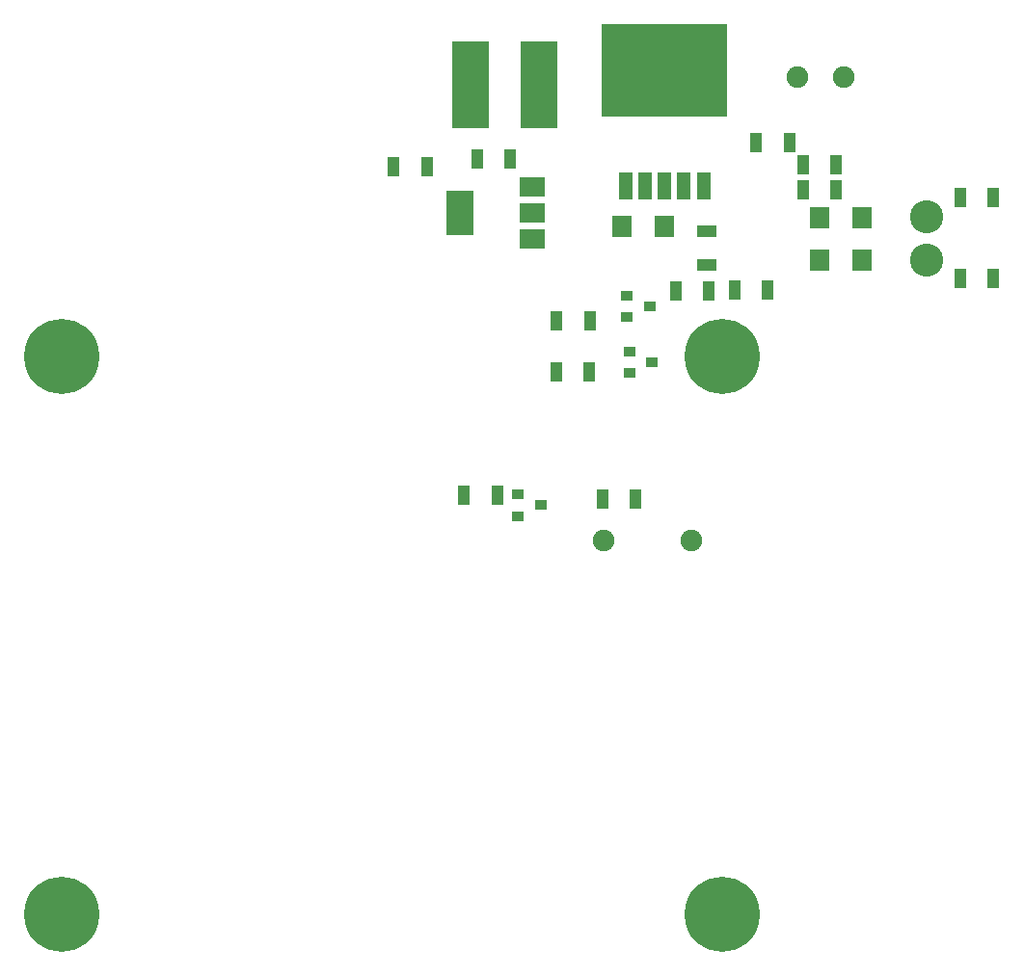
<source format=gts>
G04 project-name*
%FSLAX35Y35*%
%MOMM*%
G04 P.L1.1(1)*
%LPD*%
%ADD10R,3.2X7.7*%
D10*
X3963301Y18789891D02*
D03*

G04 P.L1.2(2)*
%LPD*%
D10*
X4563302Y18789891D02*
D03*

G04 P.R1.1(1)*
%LPD*%
%ADD11R,1.8X1.1*%
D11*
X6038641Y17497011D02*
D03*

G04 P.R1.2(2)*
%LPD*%
D11*
X6038641Y17207011D02*
D03*

G04 P.R2.1(1)*
%LPD*%
%ADD12R,1.1X1.8*%
D12*
X3580317Y18068024D02*
D03*

G04 P.R2.2(2)*
%LPD*%
D12*
X3290317Y18068024D02*
D03*

G04 led1.DR.Q1.c(3)*
%LPD*%
%ADD13R,1.1X0.8999999999999999*%
D13*
X5558399Y16350173D02*
D03*

G04 led1.DR.Q1.e(2)*
%LPD*%
D13*
X5358399Y16255174D02*
D03*

G04 led1.DR.Q1.b(1)*
%LPD*%
D13*
X5358399Y16445174D02*
D03*

G04 led1.DR.R1.1(1)*
%LPD*%
D12*
X5008100Y16262853D02*
D03*

G04 led1.DR.R1.2(2)*
%LPD*%
D12*
X4718100Y16262853D02*
D03*

G04 led1.R1.1(1)*
%LPD*%
D12*
X6572127Y16982967D02*
D03*

G04 led1.R1.2(2)*
%LPD*%
D12*
X6282127Y16982967D02*
D03*

G04 led2.DR.Q1.c(3)*
%LPD*%
D13*
X5537517Y16840697D02*
D03*

G04 led2.DR.Q1.e(2)*
%LPD*%
D13*
X5337517Y16745697D02*
D03*

G04 led2.DR.Q1.b(1)*
%LPD*%
D13*
X5337517Y16935697D02*
D03*

G04 led2.DR.R1.1(1)*
%LPD*%
D12*
X5012063Y16715504D02*
D03*

G04 led2.DR.R1.2(2)*
%LPD*%
D12*
X4722063Y16715504D02*
D03*

G04 led2.R1.1(1)*
%LPD*%
D12*
X6057216Y16976441D02*
D03*

G04 led2.R1.2(2)*
%LPD*%
D12*
X5767216Y16976441D02*
D03*

G04 beep.D.Q1.c(3)*
%LPD*%
D13*
X4584206Y15091405D02*
D03*

G04 beep.D.Q1.e(2)*
%LPD*%
D13*
X4384206Y14996405D02*
D03*

G04 beep.D.Q1.b(1)*
%LPD*%
D13*
X4384206Y15186405D02*
D03*

G04 beep.D.R1.1(1)*
%LPD*%
D12*
X4199875Y15181060D02*
D03*

G04 beep.D.R1.2(2)*
%LPD*%
D12*
X3909875Y15181060D02*
D03*

G04 beep.R1.1(1)*
%LPD*%
D12*
X5411381Y15141977D02*
D03*

G04 beep.R1.2(2)*
%LPD*%
D12*
X5121381Y15141977D02*
D03*

G04 P.C3.C1.c(1)*
%LPD*%
D12*
X7176162Y18085653D02*
D03*

G04 P.C3.C1.a(2)*
%LPD*%
D12*
X6886162Y18085653D02*
D03*

G04 P.C3.C2.c(1)*
%LPD*%
D12*
X7177374Y17859514D02*
D03*

G04 P.C3.C2.a(2)*
%LPD*%
D12*
X6887374Y17859514D02*
D03*

G04 P.C13.c(1)*
%LPD*%
D12*
X6764172Y18279091D02*
D03*

G04 P.C13.a(2)*
%LPD*%
D12*
X6474172Y18279091D02*
D03*

G04 P.C11.c(1)*
%LPD*%
D12*
X4314768Y18131399D02*
D03*

G04 P.C11.a(2)*
%LPD*%
D12*
X4024768Y18131399D02*
D03*

G04 P.D14.c(1)*
%LPD*%
%ADD14R,1.72X1.88*%
D14*
X7029599Y17614600D02*
D03*

G04 P.D14.a(2)*
%LPD*%
D14*
X7405599Y17614600D02*
D03*

G04 P.D13.c(1)*
%LPD*%
D14*
X7029390Y17246958D02*
D03*

G04 P.D13.a(2)*
%LPD*%
D14*
X7405390Y17246958D02*
D03*

G04 P.D15.c(1)*
%LPD*%
D14*
X5291559Y17544523D02*
D03*

G04 P.D15.a(2)*
%LPD*%
D14*
X5667559Y17544523D02*
D03*

G04 led1.D1.c(1)*
%LPD*%
D12*
X8267645Y17082353D02*
D03*

G04 led1.D1.a(2)*
%LPD*%
D12*
X8557645Y17082353D02*
D03*

G04 led2.D1.c(1)*
%LPD*%
D12*
X8267645Y17793353D02*
D03*

G04 led2.D1.a(2)*
%LPD*%
D12*
X8557645Y17793353D02*
D03*

G04 cn2.GND(1)*
%LPD*%
%ADD15C,2.92*%
D15*
X7970945Y17623353D02*
D03*

G04 cn2.Vin(2)*
%LPD*%
D15*
X7970945Y17242353D02*
D03*

G04 beep.b.c(1)*
%LPD*%
%ADD16C,1.9*%
D16*
X5136988Y14780092D02*
D03*

G04 beep.b.a(2)*
%LPD*%
D16*
X5906988Y14780092D02*
D03*

G04 __1.M3(1)*
%LPD*%
%ADD17C,6.6000000000000005*%
D17*
X377955Y16397353D02*
D03*

G04 __2.M3(1)*
%LPD*%
D17*
X6177955Y16397353D02*
D03*

G04 __3.M3(1)*
%LPD*%
D17*
X377955Y11497353D02*
D03*

G04 __4.M3(1)*
%LPD*%
D17*
X6177955Y11497353D02*
D03*

G04 P.C1.gnd(6)*
%LPD*%
%ADD18R,11X8.2*%
D18*
X5670230Y18916008D02*
D03*

G04 P.C1.onoff(5)*
%LPD*%
%ADD19R,1.27X2.3600000000000003*%
D19*
X6010630Y17899008D02*
D03*

G04 P.C1.fb(4)*
%LPD*%
D19*
X5840431Y17899008D02*
D03*

G04 P.C1.gnd(3)*
%LPD*%
D19*
X5670230Y17899008D02*
D03*

G04 P.C1.out(2)*
%LPD*%
D19*
X5500031Y17899008D02*
D03*

G04 P.C1.vin(1)*
%LPD*%
D19*
X5329830Y17899008D02*
D03*

G04 P.C10.c(1)*
%LPD*%
D16*
X7239362Y18854316D02*
D03*

G04 P.C10.a(2)*
%LPD*%
D16*
X6839362Y18854316D02*
D03*

G04 P.C10.c(1)*
%LPD*%
D16*
X7239362Y18854316D02*
D03*

G04 P.C10.a(2)*
%LPD*%
D16*
X6839362Y18854316D02*
D03*

G04 P.C2.vout(4)*
%LPD*%
%ADD20R,2.35X4*%
D20*
X3873535Y17660947D02*
D03*

G04 P.C2.vin(3)*
%LPD*%
%ADD21R,2.2X1.7*%
D21*
X4503536Y17890947D02*
D03*

G04 P.C2.vout(2)*
%LPD*%
D21*
X4503536Y17660947D02*
D03*

G04 P.C2.gnd(1)*
%LPD*%
D21*
X4503536Y17430947D02*
D03*

M02*
</source>
